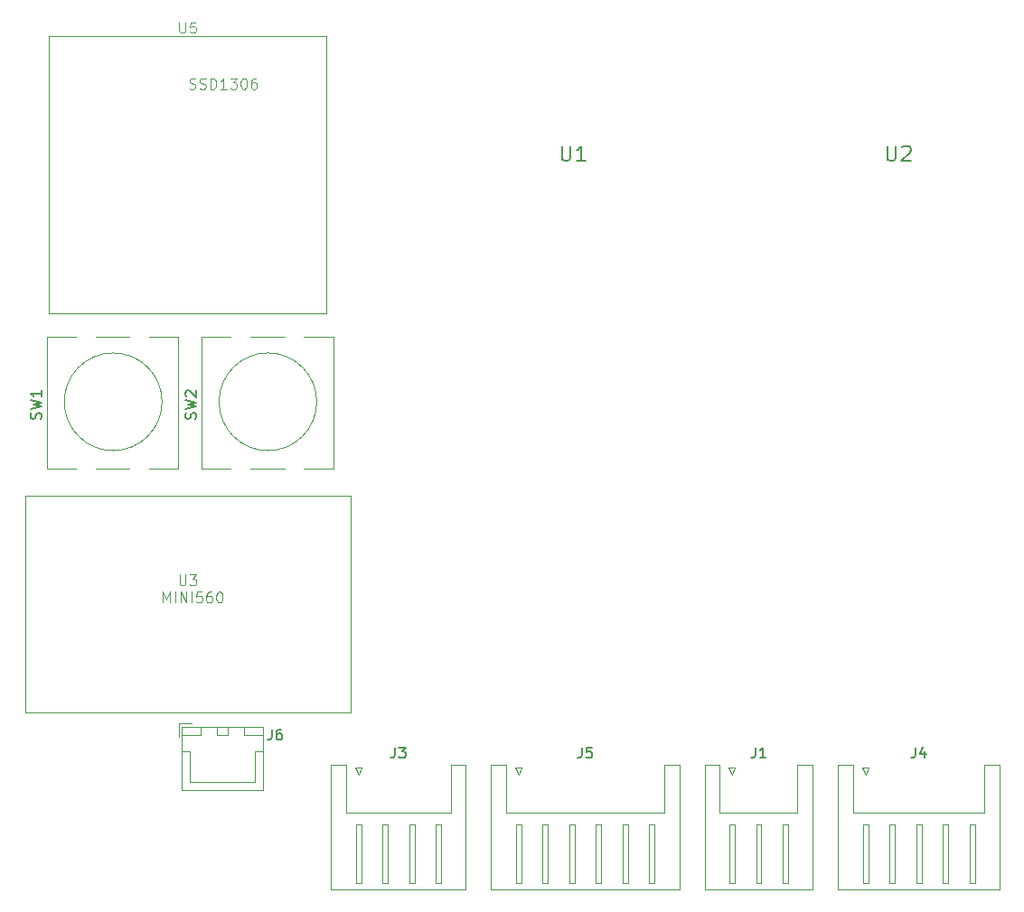
<source format=gbr>
%TF.GenerationSoftware,KiCad,Pcbnew,7.0.2*%
%TF.CreationDate,2023-09-15T09:46:50+02:00*%
%TF.ProjectId,opendaq_carrier_1.0,6f70656e-6461-4715-9f63-617272696572,rev?*%
%TF.SameCoordinates,Original*%
%TF.FileFunction,Legend,Top*%
%TF.FilePolarity,Positive*%
%FSLAX46Y46*%
G04 Gerber Fmt 4.6, Leading zero omitted, Abs format (unit mm)*
G04 Created by KiCad (PCBNEW 7.0.2) date 2023-09-15 09:46:50*
%MOMM*%
%LPD*%
G01*
G04 APERTURE LIST*
%ADD10C,0.150000*%
%ADD11C,0.100000*%
%ADD12C,0.120000*%
G04 APERTURE END LIST*
D10*
%TO.C,U2*%
X181542333Y-59572666D02*
X181542333Y-60706000D01*
X181542333Y-60706000D02*
X181609000Y-60839333D01*
X181609000Y-60839333D02*
X181675666Y-60906000D01*
X181675666Y-60906000D02*
X181809000Y-60972666D01*
X181809000Y-60972666D02*
X182075666Y-60972666D01*
X182075666Y-60972666D02*
X182209000Y-60906000D01*
X182209000Y-60906000D02*
X182275666Y-60839333D01*
X182275666Y-60839333D02*
X182342333Y-60706000D01*
X182342333Y-60706000D02*
X182342333Y-59572666D01*
X182942333Y-59706000D02*
X183009000Y-59639333D01*
X183009000Y-59639333D02*
X183142333Y-59572666D01*
X183142333Y-59572666D02*
X183475667Y-59572666D01*
X183475667Y-59572666D02*
X183609000Y-59639333D01*
X183609000Y-59639333D02*
X183675667Y-59706000D01*
X183675667Y-59706000D02*
X183742333Y-59839333D01*
X183742333Y-59839333D02*
X183742333Y-59972666D01*
X183742333Y-59972666D02*
X183675667Y-60172666D01*
X183675667Y-60172666D02*
X182875667Y-60972666D01*
X182875667Y-60972666D02*
X183742333Y-60972666D01*
%TO.C,U1*%
X151062333Y-59572666D02*
X151062333Y-60706000D01*
X151062333Y-60706000D02*
X151129000Y-60839333D01*
X151129000Y-60839333D02*
X151195666Y-60906000D01*
X151195666Y-60906000D02*
X151329000Y-60972666D01*
X151329000Y-60972666D02*
X151595666Y-60972666D01*
X151595666Y-60972666D02*
X151729000Y-60906000D01*
X151729000Y-60906000D02*
X151795666Y-60839333D01*
X151795666Y-60839333D02*
X151862333Y-60706000D01*
X151862333Y-60706000D02*
X151862333Y-59572666D01*
X153262333Y-60972666D02*
X152462333Y-60972666D01*
X152862333Y-60972666D02*
X152862333Y-59572666D01*
X152862333Y-59572666D02*
X152729000Y-59772666D01*
X152729000Y-59772666D02*
X152595667Y-59906000D01*
X152595667Y-59906000D02*
X152462333Y-59972666D01*
%TO.C,SW2*%
X116739000Y-85169332D02*
X116786619Y-85026475D01*
X116786619Y-85026475D02*
X116786619Y-84788380D01*
X116786619Y-84788380D02*
X116739000Y-84693142D01*
X116739000Y-84693142D02*
X116691380Y-84645523D01*
X116691380Y-84645523D02*
X116596142Y-84597904D01*
X116596142Y-84597904D02*
X116500904Y-84597904D01*
X116500904Y-84597904D02*
X116405666Y-84645523D01*
X116405666Y-84645523D02*
X116358047Y-84693142D01*
X116358047Y-84693142D02*
X116310428Y-84788380D01*
X116310428Y-84788380D02*
X116262809Y-84978856D01*
X116262809Y-84978856D02*
X116215190Y-85074094D01*
X116215190Y-85074094D02*
X116167571Y-85121713D01*
X116167571Y-85121713D02*
X116072333Y-85169332D01*
X116072333Y-85169332D02*
X115977095Y-85169332D01*
X115977095Y-85169332D02*
X115881857Y-85121713D01*
X115881857Y-85121713D02*
X115834238Y-85074094D01*
X115834238Y-85074094D02*
X115786619Y-84978856D01*
X115786619Y-84978856D02*
X115786619Y-84740761D01*
X115786619Y-84740761D02*
X115834238Y-84597904D01*
X115786619Y-84264570D02*
X116786619Y-84026475D01*
X116786619Y-84026475D02*
X116072333Y-83835999D01*
X116072333Y-83835999D02*
X116786619Y-83645523D01*
X116786619Y-83645523D02*
X115786619Y-83407428D01*
X115881857Y-83074094D02*
X115834238Y-83026475D01*
X115834238Y-83026475D02*
X115786619Y-82931237D01*
X115786619Y-82931237D02*
X115786619Y-82693142D01*
X115786619Y-82693142D02*
X115834238Y-82597904D01*
X115834238Y-82597904D02*
X115881857Y-82550285D01*
X115881857Y-82550285D02*
X115977095Y-82502666D01*
X115977095Y-82502666D02*
X116072333Y-82502666D01*
X116072333Y-82502666D02*
X116215190Y-82550285D01*
X116215190Y-82550285D02*
X116786619Y-83121713D01*
X116786619Y-83121713D02*
X116786619Y-82502666D01*
%TO.C,J1*%
X169166666Y-115962619D02*
X169166666Y-116676904D01*
X169166666Y-116676904D02*
X169119047Y-116819761D01*
X169119047Y-116819761D02*
X169023809Y-116915000D01*
X169023809Y-116915000D02*
X168880952Y-116962619D01*
X168880952Y-116962619D02*
X168785714Y-116962619D01*
X170166666Y-116962619D02*
X169595238Y-116962619D01*
X169880952Y-116962619D02*
X169880952Y-115962619D01*
X169880952Y-115962619D02*
X169785714Y-116105476D01*
X169785714Y-116105476D02*
X169690476Y-116200714D01*
X169690476Y-116200714D02*
X169595238Y-116248333D01*
%TO.C,J6*%
X123872666Y-114270619D02*
X123872666Y-114984904D01*
X123872666Y-114984904D02*
X123825047Y-115127761D01*
X123825047Y-115127761D02*
X123729809Y-115223000D01*
X123729809Y-115223000D02*
X123586952Y-115270619D01*
X123586952Y-115270619D02*
X123491714Y-115270619D01*
X124777428Y-114270619D02*
X124586952Y-114270619D01*
X124586952Y-114270619D02*
X124491714Y-114318238D01*
X124491714Y-114318238D02*
X124444095Y-114365857D01*
X124444095Y-114365857D02*
X124348857Y-114508714D01*
X124348857Y-114508714D02*
X124301238Y-114699190D01*
X124301238Y-114699190D02*
X124301238Y-115080142D01*
X124301238Y-115080142D02*
X124348857Y-115175380D01*
X124348857Y-115175380D02*
X124396476Y-115223000D01*
X124396476Y-115223000D02*
X124491714Y-115270619D01*
X124491714Y-115270619D02*
X124682190Y-115270619D01*
X124682190Y-115270619D02*
X124777428Y-115223000D01*
X124777428Y-115223000D02*
X124825047Y-115175380D01*
X124825047Y-115175380D02*
X124872666Y-115080142D01*
X124872666Y-115080142D02*
X124872666Y-114842047D01*
X124872666Y-114842047D02*
X124825047Y-114746809D01*
X124825047Y-114746809D02*
X124777428Y-114699190D01*
X124777428Y-114699190D02*
X124682190Y-114651571D01*
X124682190Y-114651571D02*
X124491714Y-114651571D01*
X124491714Y-114651571D02*
X124396476Y-114699190D01*
X124396476Y-114699190D02*
X124348857Y-114746809D01*
X124348857Y-114746809D02*
X124301238Y-114842047D01*
%TO.C,J4*%
X184166666Y-115962619D02*
X184166666Y-116676904D01*
X184166666Y-116676904D02*
X184119047Y-116819761D01*
X184119047Y-116819761D02*
X184023809Y-116915000D01*
X184023809Y-116915000D02*
X183880952Y-116962619D01*
X183880952Y-116962619D02*
X183785714Y-116962619D01*
X185071428Y-116295952D02*
X185071428Y-116962619D01*
X184833333Y-115915000D02*
X184595238Y-116629285D01*
X184595238Y-116629285D02*
X185214285Y-116629285D01*
D11*
%TO.C,U5*%
X115222095Y-47976619D02*
X115222095Y-48786142D01*
X115222095Y-48786142D02*
X115269714Y-48881380D01*
X115269714Y-48881380D02*
X115317333Y-48929000D01*
X115317333Y-48929000D02*
X115412571Y-48976619D01*
X115412571Y-48976619D02*
X115603047Y-48976619D01*
X115603047Y-48976619D02*
X115698285Y-48929000D01*
X115698285Y-48929000D02*
X115745904Y-48881380D01*
X115745904Y-48881380D02*
X115793523Y-48786142D01*
X115793523Y-48786142D02*
X115793523Y-47976619D01*
X116745904Y-47976619D02*
X116269714Y-47976619D01*
X116269714Y-47976619D02*
X116222095Y-48452809D01*
X116222095Y-48452809D02*
X116269714Y-48405190D01*
X116269714Y-48405190D02*
X116364952Y-48357571D01*
X116364952Y-48357571D02*
X116603047Y-48357571D01*
X116603047Y-48357571D02*
X116698285Y-48405190D01*
X116698285Y-48405190D02*
X116745904Y-48452809D01*
X116745904Y-48452809D02*
X116793523Y-48548047D01*
X116793523Y-48548047D02*
X116793523Y-48786142D01*
X116793523Y-48786142D02*
X116745904Y-48881380D01*
X116745904Y-48881380D02*
X116698285Y-48929000D01*
X116698285Y-48929000D02*
X116603047Y-48976619D01*
X116603047Y-48976619D02*
X116364952Y-48976619D01*
X116364952Y-48976619D02*
X116269714Y-48929000D01*
X116269714Y-48929000D02*
X116222095Y-48881380D01*
X116174476Y-54186000D02*
X116317333Y-54233619D01*
X116317333Y-54233619D02*
X116555428Y-54233619D01*
X116555428Y-54233619D02*
X116650666Y-54186000D01*
X116650666Y-54186000D02*
X116698285Y-54138380D01*
X116698285Y-54138380D02*
X116745904Y-54043142D01*
X116745904Y-54043142D02*
X116745904Y-53947904D01*
X116745904Y-53947904D02*
X116698285Y-53852666D01*
X116698285Y-53852666D02*
X116650666Y-53805047D01*
X116650666Y-53805047D02*
X116555428Y-53757428D01*
X116555428Y-53757428D02*
X116364952Y-53709809D01*
X116364952Y-53709809D02*
X116269714Y-53662190D01*
X116269714Y-53662190D02*
X116222095Y-53614571D01*
X116222095Y-53614571D02*
X116174476Y-53519333D01*
X116174476Y-53519333D02*
X116174476Y-53424095D01*
X116174476Y-53424095D02*
X116222095Y-53328857D01*
X116222095Y-53328857D02*
X116269714Y-53281238D01*
X116269714Y-53281238D02*
X116364952Y-53233619D01*
X116364952Y-53233619D02*
X116603047Y-53233619D01*
X116603047Y-53233619D02*
X116745904Y-53281238D01*
X117126857Y-54186000D02*
X117269714Y-54233619D01*
X117269714Y-54233619D02*
X117507809Y-54233619D01*
X117507809Y-54233619D02*
X117603047Y-54186000D01*
X117603047Y-54186000D02*
X117650666Y-54138380D01*
X117650666Y-54138380D02*
X117698285Y-54043142D01*
X117698285Y-54043142D02*
X117698285Y-53947904D01*
X117698285Y-53947904D02*
X117650666Y-53852666D01*
X117650666Y-53852666D02*
X117603047Y-53805047D01*
X117603047Y-53805047D02*
X117507809Y-53757428D01*
X117507809Y-53757428D02*
X117317333Y-53709809D01*
X117317333Y-53709809D02*
X117222095Y-53662190D01*
X117222095Y-53662190D02*
X117174476Y-53614571D01*
X117174476Y-53614571D02*
X117126857Y-53519333D01*
X117126857Y-53519333D02*
X117126857Y-53424095D01*
X117126857Y-53424095D02*
X117174476Y-53328857D01*
X117174476Y-53328857D02*
X117222095Y-53281238D01*
X117222095Y-53281238D02*
X117317333Y-53233619D01*
X117317333Y-53233619D02*
X117555428Y-53233619D01*
X117555428Y-53233619D02*
X117698285Y-53281238D01*
X118126857Y-54233619D02*
X118126857Y-53233619D01*
X118126857Y-53233619D02*
X118364952Y-53233619D01*
X118364952Y-53233619D02*
X118507809Y-53281238D01*
X118507809Y-53281238D02*
X118603047Y-53376476D01*
X118603047Y-53376476D02*
X118650666Y-53471714D01*
X118650666Y-53471714D02*
X118698285Y-53662190D01*
X118698285Y-53662190D02*
X118698285Y-53805047D01*
X118698285Y-53805047D02*
X118650666Y-53995523D01*
X118650666Y-53995523D02*
X118603047Y-54090761D01*
X118603047Y-54090761D02*
X118507809Y-54186000D01*
X118507809Y-54186000D02*
X118364952Y-54233619D01*
X118364952Y-54233619D02*
X118126857Y-54233619D01*
X119650666Y-54233619D02*
X119079238Y-54233619D01*
X119364952Y-54233619D02*
X119364952Y-53233619D01*
X119364952Y-53233619D02*
X119269714Y-53376476D01*
X119269714Y-53376476D02*
X119174476Y-53471714D01*
X119174476Y-53471714D02*
X119079238Y-53519333D01*
X119984000Y-53233619D02*
X120603047Y-53233619D01*
X120603047Y-53233619D02*
X120269714Y-53614571D01*
X120269714Y-53614571D02*
X120412571Y-53614571D01*
X120412571Y-53614571D02*
X120507809Y-53662190D01*
X120507809Y-53662190D02*
X120555428Y-53709809D01*
X120555428Y-53709809D02*
X120603047Y-53805047D01*
X120603047Y-53805047D02*
X120603047Y-54043142D01*
X120603047Y-54043142D02*
X120555428Y-54138380D01*
X120555428Y-54138380D02*
X120507809Y-54186000D01*
X120507809Y-54186000D02*
X120412571Y-54233619D01*
X120412571Y-54233619D02*
X120126857Y-54233619D01*
X120126857Y-54233619D02*
X120031619Y-54186000D01*
X120031619Y-54186000D02*
X119984000Y-54138380D01*
X121222095Y-53233619D02*
X121317333Y-53233619D01*
X121317333Y-53233619D02*
X121412571Y-53281238D01*
X121412571Y-53281238D02*
X121460190Y-53328857D01*
X121460190Y-53328857D02*
X121507809Y-53424095D01*
X121507809Y-53424095D02*
X121555428Y-53614571D01*
X121555428Y-53614571D02*
X121555428Y-53852666D01*
X121555428Y-53852666D02*
X121507809Y-54043142D01*
X121507809Y-54043142D02*
X121460190Y-54138380D01*
X121460190Y-54138380D02*
X121412571Y-54186000D01*
X121412571Y-54186000D02*
X121317333Y-54233619D01*
X121317333Y-54233619D02*
X121222095Y-54233619D01*
X121222095Y-54233619D02*
X121126857Y-54186000D01*
X121126857Y-54186000D02*
X121079238Y-54138380D01*
X121079238Y-54138380D02*
X121031619Y-54043142D01*
X121031619Y-54043142D02*
X120984000Y-53852666D01*
X120984000Y-53852666D02*
X120984000Y-53614571D01*
X120984000Y-53614571D02*
X121031619Y-53424095D01*
X121031619Y-53424095D02*
X121079238Y-53328857D01*
X121079238Y-53328857D02*
X121126857Y-53281238D01*
X121126857Y-53281238D02*
X121222095Y-53233619D01*
X122412571Y-53233619D02*
X122222095Y-53233619D01*
X122222095Y-53233619D02*
X122126857Y-53281238D01*
X122126857Y-53281238D02*
X122079238Y-53328857D01*
X122079238Y-53328857D02*
X121984000Y-53471714D01*
X121984000Y-53471714D02*
X121936381Y-53662190D01*
X121936381Y-53662190D02*
X121936381Y-54043142D01*
X121936381Y-54043142D02*
X121984000Y-54138380D01*
X121984000Y-54138380D02*
X122031619Y-54186000D01*
X122031619Y-54186000D02*
X122126857Y-54233619D01*
X122126857Y-54233619D02*
X122317333Y-54233619D01*
X122317333Y-54233619D02*
X122412571Y-54186000D01*
X122412571Y-54186000D02*
X122460190Y-54138380D01*
X122460190Y-54138380D02*
X122507809Y-54043142D01*
X122507809Y-54043142D02*
X122507809Y-53805047D01*
X122507809Y-53805047D02*
X122460190Y-53709809D01*
X122460190Y-53709809D02*
X122412571Y-53662190D01*
X122412571Y-53662190D02*
X122317333Y-53614571D01*
X122317333Y-53614571D02*
X122126857Y-53614571D01*
X122126857Y-53614571D02*
X122031619Y-53662190D01*
X122031619Y-53662190D02*
X121984000Y-53709809D01*
X121984000Y-53709809D02*
X121936381Y-53805047D01*
%TO.C,U3*%
X115238095Y-99780619D02*
X115238095Y-100590142D01*
X115238095Y-100590142D02*
X115285714Y-100685380D01*
X115285714Y-100685380D02*
X115333333Y-100733000D01*
X115333333Y-100733000D02*
X115428571Y-100780619D01*
X115428571Y-100780619D02*
X115619047Y-100780619D01*
X115619047Y-100780619D02*
X115714285Y-100733000D01*
X115714285Y-100733000D02*
X115761904Y-100685380D01*
X115761904Y-100685380D02*
X115809523Y-100590142D01*
X115809523Y-100590142D02*
X115809523Y-99780619D01*
X116190476Y-99780619D02*
X116809523Y-99780619D01*
X116809523Y-99780619D02*
X116476190Y-100161571D01*
X116476190Y-100161571D02*
X116619047Y-100161571D01*
X116619047Y-100161571D02*
X116714285Y-100209190D01*
X116714285Y-100209190D02*
X116761904Y-100256809D01*
X116761904Y-100256809D02*
X116809523Y-100352047D01*
X116809523Y-100352047D02*
X116809523Y-100590142D01*
X116809523Y-100590142D02*
X116761904Y-100685380D01*
X116761904Y-100685380D02*
X116714285Y-100733000D01*
X116714285Y-100733000D02*
X116619047Y-100780619D01*
X116619047Y-100780619D02*
X116333333Y-100780619D01*
X116333333Y-100780619D02*
X116238095Y-100733000D01*
X116238095Y-100733000D02*
X116190476Y-100685380D01*
X113698095Y-102377619D02*
X113698095Y-101377619D01*
X113698095Y-101377619D02*
X114031428Y-102091904D01*
X114031428Y-102091904D02*
X114364761Y-101377619D01*
X114364761Y-101377619D02*
X114364761Y-102377619D01*
X114840952Y-102377619D02*
X114840952Y-101377619D01*
X115317142Y-102377619D02*
X115317142Y-101377619D01*
X115317142Y-101377619D02*
X115888570Y-102377619D01*
X115888570Y-102377619D02*
X115888570Y-101377619D01*
X116364761Y-102377619D02*
X116364761Y-101377619D01*
X117317141Y-101377619D02*
X116840951Y-101377619D01*
X116840951Y-101377619D02*
X116793332Y-101853809D01*
X116793332Y-101853809D02*
X116840951Y-101806190D01*
X116840951Y-101806190D02*
X116936189Y-101758571D01*
X116936189Y-101758571D02*
X117174284Y-101758571D01*
X117174284Y-101758571D02*
X117269522Y-101806190D01*
X117269522Y-101806190D02*
X117317141Y-101853809D01*
X117317141Y-101853809D02*
X117364760Y-101949047D01*
X117364760Y-101949047D02*
X117364760Y-102187142D01*
X117364760Y-102187142D02*
X117317141Y-102282380D01*
X117317141Y-102282380D02*
X117269522Y-102330000D01*
X117269522Y-102330000D02*
X117174284Y-102377619D01*
X117174284Y-102377619D02*
X116936189Y-102377619D01*
X116936189Y-102377619D02*
X116840951Y-102330000D01*
X116840951Y-102330000D02*
X116793332Y-102282380D01*
X118221903Y-101377619D02*
X118031427Y-101377619D01*
X118031427Y-101377619D02*
X117936189Y-101425238D01*
X117936189Y-101425238D02*
X117888570Y-101472857D01*
X117888570Y-101472857D02*
X117793332Y-101615714D01*
X117793332Y-101615714D02*
X117745713Y-101806190D01*
X117745713Y-101806190D02*
X117745713Y-102187142D01*
X117745713Y-102187142D02*
X117793332Y-102282380D01*
X117793332Y-102282380D02*
X117840951Y-102330000D01*
X117840951Y-102330000D02*
X117936189Y-102377619D01*
X117936189Y-102377619D02*
X118126665Y-102377619D01*
X118126665Y-102377619D02*
X118221903Y-102330000D01*
X118221903Y-102330000D02*
X118269522Y-102282380D01*
X118269522Y-102282380D02*
X118317141Y-102187142D01*
X118317141Y-102187142D02*
X118317141Y-101949047D01*
X118317141Y-101949047D02*
X118269522Y-101853809D01*
X118269522Y-101853809D02*
X118221903Y-101806190D01*
X118221903Y-101806190D02*
X118126665Y-101758571D01*
X118126665Y-101758571D02*
X117936189Y-101758571D01*
X117936189Y-101758571D02*
X117840951Y-101806190D01*
X117840951Y-101806190D02*
X117793332Y-101853809D01*
X117793332Y-101853809D02*
X117745713Y-101949047D01*
X118936189Y-101377619D02*
X119031427Y-101377619D01*
X119031427Y-101377619D02*
X119126665Y-101425238D01*
X119126665Y-101425238D02*
X119174284Y-101472857D01*
X119174284Y-101472857D02*
X119221903Y-101568095D01*
X119221903Y-101568095D02*
X119269522Y-101758571D01*
X119269522Y-101758571D02*
X119269522Y-101996666D01*
X119269522Y-101996666D02*
X119221903Y-102187142D01*
X119221903Y-102187142D02*
X119174284Y-102282380D01*
X119174284Y-102282380D02*
X119126665Y-102330000D01*
X119126665Y-102330000D02*
X119031427Y-102377619D01*
X119031427Y-102377619D02*
X118936189Y-102377619D01*
X118936189Y-102377619D02*
X118840951Y-102330000D01*
X118840951Y-102330000D02*
X118793332Y-102282380D01*
X118793332Y-102282380D02*
X118745713Y-102187142D01*
X118745713Y-102187142D02*
X118698094Y-101996666D01*
X118698094Y-101996666D02*
X118698094Y-101758571D01*
X118698094Y-101758571D02*
X118745713Y-101568095D01*
X118745713Y-101568095D02*
X118793332Y-101472857D01*
X118793332Y-101472857D02*
X118840951Y-101425238D01*
X118840951Y-101425238D02*
X118936189Y-101377619D01*
D10*
%TO.C,J5*%
X152916666Y-115962619D02*
X152916666Y-116676904D01*
X152916666Y-116676904D02*
X152869047Y-116819761D01*
X152869047Y-116819761D02*
X152773809Y-116915000D01*
X152773809Y-116915000D02*
X152630952Y-116962619D01*
X152630952Y-116962619D02*
X152535714Y-116962619D01*
X153869047Y-115962619D02*
X153392857Y-115962619D01*
X153392857Y-115962619D02*
X153345238Y-116438809D01*
X153345238Y-116438809D02*
X153392857Y-116391190D01*
X153392857Y-116391190D02*
X153488095Y-116343571D01*
X153488095Y-116343571D02*
X153726190Y-116343571D01*
X153726190Y-116343571D02*
X153821428Y-116391190D01*
X153821428Y-116391190D02*
X153869047Y-116438809D01*
X153869047Y-116438809D02*
X153916666Y-116534047D01*
X153916666Y-116534047D02*
X153916666Y-116772142D01*
X153916666Y-116772142D02*
X153869047Y-116867380D01*
X153869047Y-116867380D02*
X153821428Y-116915000D01*
X153821428Y-116915000D02*
X153726190Y-116962619D01*
X153726190Y-116962619D02*
X153488095Y-116962619D01*
X153488095Y-116962619D02*
X153392857Y-116915000D01*
X153392857Y-116915000D02*
X153345238Y-116867380D01*
%TO.C,J3*%
X135416666Y-115962619D02*
X135416666Y-116676904D01*
X135416666Y-116676904D02*
X135369047Y-116819761D01*
X135369047Y-116819761D02*
X135273809Y-116915000D01*
X135273809Y-116915000D02*
X135130952Y-116962619D01*
X135130952Y-116962619D02*
X135035714Y-116962619D01*
X135797619Y-115962619D02*
X136416666Y-115962619D01*
X136416666Y-115962619D02*
X136083333Y-116343571D01*
X136083333Y-116343571D02*
X136226190Y-116343571D01*
X136226190Y-116343571D02*
X136321428Y-116391190D01*
X136321428Y-116391190D02*
X136369047Y-116438809D01*
X136369047Y-116438809D02*
X136416666Y-116534047D01*
X136416666Y-116534047D02*
X136416666Y-116772142D01*
X136416666Y-116772142D02*
X136369047Y-116867380D01*
X136369047Y-116867380D02*
X136321428Y-116915000D01*
X136321428Y-116915000D02*
X136226190Y-116962619D01*
X136226190Y-116962619D02*
X135940476Y-116962619D01*
X135940476Y-116962619D02*
X135845238Y-116915000D01*
X135845238Y-116915000D02*
X135797619Y-116867380D01*
%TO.C,SW1*%
X102239000Y-85169332D02*
X102286619Y-85026475D01*
X102286619Y-85026475D02*
X102286619Y-84788380D01*
X102286619Y-84788380D02*
X102239000Y-84693142D01*
X102239000Y-84693142D02*
X102191380Y-84645523D01*
X102191380Y-84645523D02*
X102096142Y-84597904D01*
X102096142Y-84597904D02*
X102000904Y-84597904D01*
X102000904Y-84597904D02*
X101905666Y-84645523D01*
X101905666Y-84645523D02*
X101858047Y-84693142D01*
X101858047Y-84693142D02*
X101810428Y-84788380D01*
X101810428Y-84788380D02*
X101762809Y-84978856D01*
X101762809Y-84978856D02*
X101715190Y-85074094D01*
X101715190Y-85074094D02*
X101667571Y-85121713D01*
X101667571Y-85121713D02*
X101572333Y-85169332D01*
X101572333Y-85169332D02*
X101477095Y-85169332D01*
X101477095Y-85169332D02*
X101381857Y-85121713D01*
X101381857Y-85121713D02*
X101334238Y-85074094D01*
X101334238Y-85074094D02*
X101286619Y-84978856D01*
X101286619Y-84978856D02*
X101286619Y-84740761D01*
X101286619Y-84740761D02*
X101334238Y-84597904D01*
X101286619Y-84264570D02*
X102286619Y-84026475D01*
X102286619Y-84026475D02*
X101572333Y-83835999D01*
X101572333Y-83835999D02*
X102286619Y-83645523D01*
X102286619Y-83645523D02*
X101286619Y-83407428D01*
X102286619Y-82502666D02*
X102286619Y-83074094D01*
X102286619Y-82788380D02*
X101286619Y-82788380D01*
X101286619Y-82788380D02*
X101429476Y-82883618D01*
X101429476Y-82883618D02*
X101524714Y-82978856D01*
X101524714Y-82978856D02*
X101572333Y-83074094D01*
D12*
%TO.C,SW2*%
X117334000Y-89816000D02*
X117334000Y-77516000D01*
X120054000Y-89816000D02*
X117334000Y-89816000D01*
X125054000Y-89816000D02*
X121914000Y-89816000D01*
X129634000Y-89816000D02*
X126914000Y-89816000D01*
X117334000Y-77516000D02*
X120054000Y-77516000D01*
X121914000Y-77516000D02*
X125054000Y-77516000D01*
X126914000Y-77516000D02*
X129634000Y-77516000D01*
X129634000Y-77516000D02*
X129634000Y-89816000D01*
X128103050Y-83566000D02*
G75*
G03*
X128103050Y-83566000I-4579050J0D01*
G01*
%TO.C,J1*%
X164440000Y-117590000D02*
X165860000Y-117590000D01*
X164440000Y-129310000D02*
X164440000Y-117590000D01*
X165860000Y-117590000D02*
X165860000Y-122090000D01*
X165860000Y-122090000D02*
X169500000Y-122090000D01*
X166700000Y-117900000D02*
X167300000Y-117900000D01*
X166750000Y-123200000D02*
X166750000Y-128700000D01*
X166750000Y-128700000D02*
X167250000Y-128700000D01*
X167000000Y-118500000D02*
X166700000Y-117900000D01*
X167250000Y-123200000D02*
X166750000Y-123200000D01*
X167250000Y-128700000D02*
X167250000Y-123200000D01*
X167300000Y-117900000D02*
X167000000Y-118500000D01*
X169250000Y-123200000D02*
X169250000Y-128700000D01*
X169250000Y-128700000D02*
X169750000Y-128700000D01*
X169500000Y-129310000D02*
X164440000Y-129310000D01*
X169500000Y-129310000D02*
X174560000Y-129310000D01*
X169750000Y-123200000D02*
X169250000Y-123200000D01*
X169750000Y-128700000D02*
X169750000Y-123200000D01*
X171750000Y-123200000D02*
X171750000Y-128700000D01*
X171750000Y-128700000D02*
X172250000Y-128700000D01*
X172250000Y-123200000D02*
X171750000Y-123200000D01*
X172250000Y-128700000D02*
X172250000Y-123200000D01*
X173140000Y-117590000D02*
X173140000Y-122090000D01*
X173140000Y-122090000D02*
X169500000Y-122090000D01*
X174560000Y-117590000D02*
X173140000Y-117590000D01*
X174560000Y-129310000D02*
X174560000Y-117590000D01*
%TO.C,J6*%
X115150000Y-113750000D02*
X115150000Y-115000000D01*
X115440000Y-114040000D02*
X115440000Y-120010000D01*
X115440000Y-120010000D02*
X123060000Y-120010000D01*
X115450000Y-114050000D02*
X115450000Y-114800000D01*
X115450000Y-114800000D02*
X117250000Y-114800000D01*
X115450000Y-116300000D02*
X116200000Y-116300000D01*
X116200000Y-116300000D02*
X116200000Y-119250000D01*
X116200000Y-119250000D02*
X119250000Y-119250000D01*
X116400000Y-113750000D02*
X115150000Y-113750000D01*
X117250000Y-114050000D02*
X115450000Y-114050000D01*
X117250000Y-114800000D02*
X117250000Y-114050000D01*
X118750000Y-114050000D02*
X118750000Y-114800000D01*
X118750000Y-114800000D02*
X119750000Y-114800000D01*
X119750000Y-114050000D02*
X118750000Y-114050000D01*
X119750000Y-114800000D02*
X119750000Y-114050000D01*
X121250000Y-114050000D02*
X121250000Y-114800000D01*
X121250000Y-114800000D02*
X123050000Y-114800000D01*
X122300000Y-116300000D02*
X122300000Y-119250000D01*
X122300000Y-119250000D02*
X119250000Y-119250000D01*
X123050000Y-114050000D02*
X121250000Y-114050000D01*
X123050000Y-114800000D02*
X123050000Y-114050000D01*
X123050000Y-116300000D02*
X122300000Y-116300000D01*
X123060000Y-114040000D02*
X115440000Y-114040000D01*
X123060000Y-120010000D02*
X123060000Y-114040000D01*
%TO.C,J4*%
X176940000Y-117590000D02*
X178360000Y-117590000D01*
X176940000Y-129310000D02*
X176940000Y-117590000D01*
X178360000Y-117590000D02*
X178360000Y-122090000D01*
X178360000Y-122090000D02*
X184500000Y-122090000D01*
X179200000Y-117900000D02*
X179800000Y-117900000D01*
X179250000Y-123200000D02*
X179250000Y-128700000D01*
X179250000Y-128700000D02*
X179750000Y-128700000D01*
X179500000Y-118500000D02*
X179200000Y-117900000D01*
X179750000Y-123200000D02*
X179250000Y-123200000D01*
X179750000Y-128700000D02*
X179750000Y-123200000D01*
X179800000Y-117900000D02*
X179500000Y-118500000D01*
X181750000Y-123200000D02*
X181750000Y-128700000D01*
X181750000Y-128700000D02*
X182250000Y-128700000D01*
X182250000Y-123200000D02*
X181750000Y-123200000D01*
X182250000Y-128700000D02*
X182250000Y-123200000D01*
X184250000Y-123200000D02*
X184250000Y-128700000D01*
X184250000Y-128700000D02*
X184750000Y-128700000D01*
X184500000Y-129310000D02*
X176940000Y-129310000D01*
X184500000Y-129310000D02*
X192060000Y-129310000D01*
X184750000Y-123200000D02*
X184250000Y-123200000D01*
X184750000Y-128700000D02*
X184750000Y-123200000D01*
X186750000Y-123200000D02*
X186750000Y-128700000D01*
X186750000Y-128700000D02*
X187250000Y-128700000D01*
X187250000Y-123200000D02*
X186750000Y-123200000D01*
X187250000Y-128700000D02*
X187250000Y-123200000D01*
X189250000Y-123200000D02*
X189250000Y-128700000D01*
X189250000Y-128700000D02*
X189750000Y-128700000D01*
X189750000Y-123200000D02*
X189250000Y-123200000D01*
X189750000Y-128700000D02*
X189750000Y-123200000D01*
X190640000Y-117590000D02*
X190640000Y-122090000D01*
X190640000Y-122090000D02*
X184500000Y-122090000D01*
X192060000Y-117590000D02*
X190640000Y-117590000D01*
X192060000Y-129310000D02*
X192060000Y-117590000D01*
D11*
%TO.C,U5*%
X102984000Y-49276000D02*
X128984000Y-49276000D01*
X128984000Y-49276000D02*
X128984000Y-75276000D01*
X128984000Y-75276000D02*
X102984000Y-75276000D01*
X102984000Y-75276000D02*
X102984000Y-49276000D01*
%TO.C,U3*%
X100760000Y-92340000D02*
X131240000Y-92340000D01*
X131240000Y-92340000D02*
X131240000Y-112660000D01*
X131240000Y-112660000D02*
X100760000Y-112660000D01*
X100760000Y-112660000D02*
X100760000Y-92340000D01*
D12*
%TO.C,J5*%
X162060000Y-129310000D02*
X162060000Y-117590000D01*
X162060000Y-117590000D02*
X160640000Y-117590000D01*
X160640000Y-122090000D02*
X153250000Y-122090000D01*
X160640000Y-117590000D02*
X160640000Y-122090000D01*
X159750000Y-128700000D02*
X159750000Y-123200000D01*
X159750000Y-123200000D02*
X159250000Y-123200000D01*
X159250000Y-128700000D02*
X159750000Y-128700000D01*
X159250000Y-123200000D02*
X159250000Y-128700000D01*
X157250000Y-128700000D02*
X157250000Y-123200000D01*
X157250000Y-123200000D02*
X156750000Y-123200000D01*
X156750000Y-128700000D02*
X157250000Y-128700000D01*
X156750000Y-123200000D02*
X156750000Y-128700000D01*
X154750000Y-128700000D02*
X154750000Y-123200000D01*
X154750000Y-123200000D02*
X154250000Y-123200000D01*
X154250000Y-128700000D02*
X154750000Y-128700000D01*
X154250000Y-123200000D02*
X154250000Y-128700000D01*
X153250000Y-129310000D02*
X162060000Y-129310000D01*
X153250000Y-129310000D02*
X144440000Y-129310000D01*
X152250000Y-128700000D02*
X152250000Y-123200000D01*
X152250000Y-123200000D02*
X151750000Y-123200000D01*
X151750000Y-128700000D02*
X152250000Y-128700000D01*
X151750000Y-123200000D02*
X151750000Y-128700000D01*
X149750000Y-128700000D02*
X149750000Y-123200000D01*
X149750000Y-123200000D02*
X149250000Y-123200000D01*
X149250000Y-128700000D02*
X149750000Y-128700000D01*
X149250000Y-123200000D02*
X149250000Y-128700000D01*
X147300000Y-117900000D02*
X147000000Y-118500000D01*
X147250000Y-128700000D02*
X147250000Y-123200000D01*
X147250000Y-123200000D02*
X146750000Y-123200000D01*
X147000000Y-118500000D02*
X146700000Y-117900000D01*
X146750000Y-128700000D02*
X147250000Y-128700000D01*
X146750000Y-123200000D02*
X146750000Y-128700000D01*
X146700000Y-117900000D02*
X147300000Y-117900000D01*
X145860000Y-122090000D02*
X153250000Y-122090000D01*
X145860000Y-117590000D02*
X145860000Y-122090000D01*
X144440000Y-129310000D02*
X144440000Y-117590000D01*
X144440000Y-117590000D02*
X145860000Y-117590000D01*
%TO.C,J3*%
X129440000Y-117590000D02*
X130860000Y-117590000D01*
X129440000Y-129310000D02*
X129440000Y-117590000D01*
X130860000Y-117590000D02*
X130860000Y-122090000D01*
X130860000Y-122090000D02*
X135750000Y-122090000D01*
X131700000Y-117900000D02*
X132300000Y-117900000D01*
X131750000Y-123200000D02*
X131750000Y-128700000D01*
X131750000Y-128700000D02*
X132250000Y-128700000D01*
X132000000Y-118500000D02*
X131700000Y-117900000D01*
X132250000Y-123200000D02*
X131750000Y-123200000D01*
X132250000Y-128700000D02*
X132250000Y-123200000D01*
X132300000Y-117900000D02*
X132000000Y-118500000D01*
X134250000Y-123200000D02*
X134250000Y-128700000D01*
X134250000Y-128700000D02*
X134750000Y-128700000D01*
X134750000Y-123200000D02*
X134250000Y-123200000D01*
X134750000Y-128700000D02*
X134750000Y-123200000D01*
X135750000Y-129310000D02*
X129440000Y-129310000D01*
X135750000Y-129310000D02*
X142060000Y-129310000D01*
X136750000Y-123200000D02*
X136750000Y-128700000D01*
X136750000Y-128700000D02*
X137250000Y-128700000D01*
X137250000Y-123200000D02*
X136750000Y-123200000D01*
X137250000Y-128700000D02*
X137250000Y-123200000D01*
X139250000Y-123200000D02*
X139250000Y-128700000D01*
X139250000Y-128700000D02*
X139750000Y-128700000D01*
X139750000Y-123200000D02*
X139250000Y-123200000D01*
X139750000Y-128700000D02*
X139750000Y-123200000D01*
X140640000Y-117590000D02*
X140640000Y-122090000D01*
X140640000Y-122090000D02*
X135750000Y-122090000D01*
X142060000Y-117590000D02*
X140640000Y-117590000D01*
X142060000Y-129310000D02*
X142060000Y-117590000D01*
%TO.C,SW1*%
X102834000Y-89816000D02*
X102834000Y-77516000D01*
X105554000Y-89816000D02*
X102834000Y-89816000D01*
X110554000Y-89816000D02*
X107414000Y-89816000D01*
X115134000Y-89816000D02*
X112414000Y-89816000D01*
X102834000Y-77516000D02*
X105554000Y-77516000D01*
X107414000Y-77516000D02*
X110554000Y-77516000D01*
X112414000Y-77516000D02*
X115134000Y-77516000D01*
X115134000Y-77516000D02*
X115134000Y-89816000D01*
X113603050Y-83566000D02*
G75*
G03*
X113603050Y-83566000I-4579050J0D01*
G01*
%TD*%
M02*

</source>
